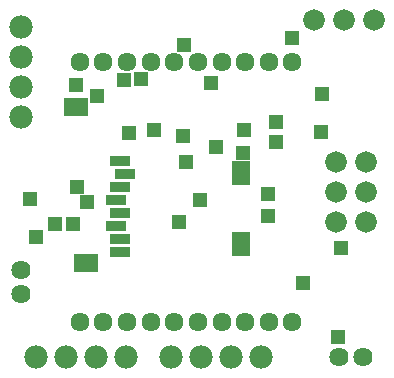
<source format=gbs>
G75*
%MOIN*%
%OFA0B0*%
%FSLAX25Y25*%
%IPPOS*%
%LPD*%
%AMOC8*
5,1,8,0,0,1.08239X$1,22.5*
%
%ADD10C,0.06400*%
%ADD11C,0.06350*%
%ADD12C,0.07800*%
%ADD13C,0.07200*%
%ADD14R,0.04737X0.05131*%
%ADD15R,0.08280X0.06312*%
%ADD16R,0.06312X0.07887*%
%ADD17R,0.06706X0.03556*%
%ADD18R,0.05162X0.05162*%
D10*
X0016780Y0036563D03*
X0016780Y0044437D03*
X0122843Y0015500D03*
X0130717Y0015500D03*
D11*
X0107213Y0027193D03*
X0099339Y0027193D03*
X0091465Y0027193D03*
X0083591Y0027193D03*
X0075717Y0027193D03*
X0067843Y0027193D03*
X0059969Y0027193D03*
X0052094Y0027193D03*
X0044220Y0027193D03*
X0036346Y0027193D03*
X0036346Y0113807D03*
X0044220Y0113807D03*
X0052094Y0113807D03*
X0059969Y0113807D03*
X0067843Y0113807D03*
X0075717Y0113807D03*
X0083591Y0113807D03*
X0091465Y0113807D03*
X0099339Y0113807D03*
X0107213Y0113807D03*
D12*
X0021780Y0015500D03*
X0031780Y0015500D03*
X0041780Y0015500D03*
X0051780Y0015500D03*
X0066780Y0015500D03*
X0076780Y0015500D03*
X0086780Y0015500D03*
X0096780Y0015500D03*
X0016780Y0095500D03*
X0016780Y0105500D03*
X0016780Y0115500D03*
X0016780Y0125500D03*
D13*
X0114280Y0128000D03*
X0124280Y0128000D03*
X0134280Y0128000D03*
X0131780Y0080500D03*
X0131780Y0070500D03*
X0131780Y0060500D03*
X0121780Y0060500D03*
X0121780Y0070500D03*
X0121780Y0080500D03*
D14*
X0101780Y0087154D03*
X0101780Y0093846D03*
D15*
X0038472Y0047075D03*
X0034929Y0099043D03*
D16*
X0090047Y0076996D03*
X0090047Y0053374D03*
D17*
X0051465Y0076602D03*
X0049890Y0080933D03*
X0049890Y0072272D03*
X0048315Y0067941D03*
X0049890Y0063610D03*
X0048315Y0059280D03*
X0049890Y0054949D03*
X0049890Y0050618D03*
D18*
X0034209Y0059832D03*
X0028110Y0059860D03*
X0021780Y0055500D03*
X0019880Y0068320D03*
X0035300Y0072405D03*
X0038689Y0067241D03*
X0052905Y0090249D03*
X0060981Y0091301D03*
X0070773Y0089254D03*
X0071780Y0080500D03*
X0081780Y0085500D03*
X0090596Y0083533D03*
X0090968Y0091322D03*
X0079993Y0106929D03*
X0071144Y0119486D03*
X0056756Y0108121D03*
X0051028Y0107851D03*
X0042206Y0102431D03*
X0035111Y0106273D03*
X0076380Y0068010D03*
X0069280Y0060500D03*
X0099126Y0062595D03*
X0099048Y0069934D03*
X0116780Y0090500D03*
X0117127Y0103417D03*
X0107066Y0121917D03*
X0123260Y0052095D03*
X0110908Y0040167D03*
X0122445Y0022198D03*
M02*

</source>
